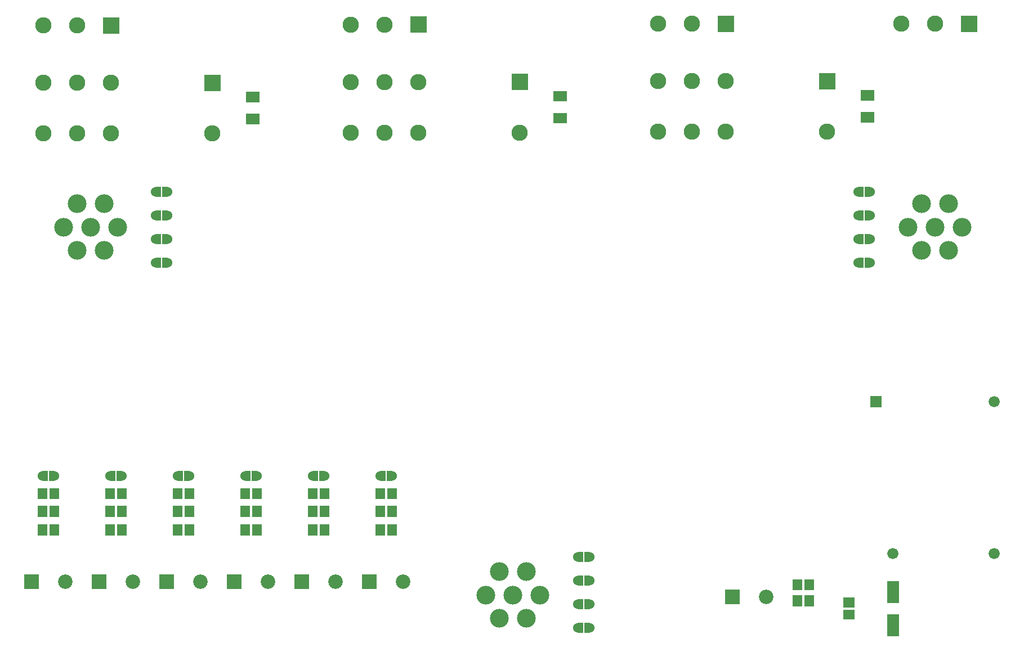
<source format=gbr>
G04 start of page 6 for group -4063 idx -4063 *
G04 Title: (unknown), componentmask *
G04 Creator: pcb 20140316 *
G04 CreationDate: Wed 29 Apr 2020 12:31:51 AM GMT UTC *
G04 For: railfan *
G04 Format: Gerber/RS-274X *
G04 PCB-Dimensions (mil): 6000.00 4000.00 *
G04 PCB-Coordinate-Origin: lower left *
%MOIN*%
%FSLAX25Y25*%
%LNTOPMASK*%
%ADD63R,0.0300X0.0300*%
%ADD62C,0.0600*%
%ADD61R,0.0690X0.0690*%
%ADD60R,0.0572X0.0572*%
%ADD59R,0.0610X0.0610*%
%ADD58C,0.0660*%
%ADD57C,0.0860*%
%ADD56C,0.0960*%
%ADD55C,0.0001*%
%ADD54C,0.1110*%
G54D54*X292000Y45856D03*
G54D55*G36*
X299200Y340800D02*Y331200D01*
X308800D01*
Y340800D01*
X299200D01*
G37*
G54D56*X304000Y306000D03*
X244000Y336000D03*
X224000D03*
X204000D03*
Y306000D03*
X224000D03*
X244000D03*
G54D55*G36*
X239200Y374800D02*Y365200D01*
X248800D01*
Y374800D01*
X239200D01*
G37*
G54D56*X224000Y370000D03*
X204000D03*
G54D55*G36*
X425700Y35300D02*Y26700D01*
X434300D01*
Y35300D01*
X425700D01*
G37*
G54D57*X450000Y31000D03*
G54D54*X300000Y32000D03*
X316000Y32000D03*
X308000Y45856D03*
X284000Y32000D03*
X292000Y18144D03*
X308000D03*
G54D55*G36*
X511700Y149800D02*Y143200D01*
X518300D01*
Y149800D01*
X511700D01*
G37*
G54D58*X525000Y56500D03*
X585000D03*
Y146500D03*
G54D54*X550000Y250000D03*
X542000Y263856D03*
X534000Y250000D03*
X542000Y236144D03*
X558000Y263856D03*
X558000Y236144D03*
X566000Y250000D03*
G54D55*G36*
X565200Y375300D02*Y365700D01*
X574800D01*
Y375300D01*
X565200D01*
G37*
G54D56*X550000Y370500D03*
X530000D03*
G54D55*G36*
X481200Y341300D02*Y331700D01*
X490800D01*
Y341300D01*
X481200D01*
G37*
G54D56*X486000Y306500D03*
X426000Y336500D03*
Y306500D03*
G54D55*G36*
X421200Y375300D02*Y365700D01*
X430800D01*
Y375300D01*
X421200D01*
G37*
G54D56*X406000Y336500D03*
X386000D03*
Y306500D03*
X406000D03*
Y370500D03*
X386000D03*
G54D54*X50000Y250000D03*
X58000Y263856D03*
X42000D03*
X34000Y250000D03*
X42000Y236144D03*
X58000D03*
X66000Y250000D03*
G54D55*G36*
X117200Y340300D02*Y330700D01*
X126800D01*
Y340300D01*
X117200D01*
G37*
G54D56*X122000Y305500D03*
X62000Y335500D03*
Y305500D03*
G54D55*G36*
X57200Y374300D02*Y364700D01*
X66800D01*
Y374300D01*
X57200D01*
G37*
G54D56*X42000Y335500D03*
X22000D03*
Y305500D03*
X42000D03*
Y369500D03*
X22000D03*
G54D55*G36*
X50700Y44300D02*Y35700D01*
X59300D01*
Y44300D01*
X50700D01*
G37*
G36*
X10700D02*Y35700D01*
X19300D01*
Y44300D01*
X10700D01*
G37*
G54D57*X35000Y40000D03*
X75000D03*
G54D55*G36*
X130700Y44300D02*Y35700D01*
X139300D01*
Y44300D01*
X130700D01*
G37*
G36*
X90700D02*Y35700D01*
X99300D01*
Y44300D01*
X90700D01*
G37*
G54D57*X115000Y40000D03*
X155000D03*
G54D55*G36*
X210700Y44300D02*Y35700D01*
X219300D01*
Y44300D01*
X210700D01*
G37*
G54D57*X235000Y40000D03*
G54D55*G36*
X170700Y44300D02*Y35700D01*
X179300D01*
Y44300D01*
X170700D01*
G37*
G54D57*X195000Y40000D03*
G54D59*X327000Y327500D02*X329000D01*
X327000Y314500D02*X329000D01*
X145000Y327000D02*X147000D01*
X145000Y314000D02*X147000D01*
G54D60*X498607Y20457D02*X499393D01*
X498607Y27543D02*X499393D01*
G54D61*X525000Y17150D02*Y10851D01*
Y36835D02*Y30536D01*
G54D60*X468457Y38393D02*Y37607D01*
X475543Y38393D02*Y37607D01*
Y28893D02*Y28107D01*
X468457Y28893D02*Y28107D01*
G54D62*X338600Y12500D03*
G54D63*X340100Y14000D02*Y11000D01*
G54D62*X338600Y26500D03*
G54D63*X340100Y28000D02*Y25000D01*
G54D62*X345400Y12500D03*
G54D63*X343900Y14000D02*Y11000D01*
G54D62*X345400Y26500D03*
G54D63*X343900Y28000D02*Y25000D01*
G54D62*X338600Y40500D03*
G54D63*X340100Y42000D02*Y39000D01*
G54D62*X338600Y54500D03*
G54D63*X340100Y56000D02*Y53000D01*
G54D62*X345400Y40500D03*
G54D63*X343900Y42000D02*Y39000D01*
G54D62*X345400Y54500D03*
G54D63*X343900Y56000D02*Y53000D01*
X223100Y104000D02*Y101000D01*
G54D62*X228400Y102500D03*
G54D63*X226900Y104000D02*Y101000D01*
G54D60*X181457Y81893D02*Y81107D01*
X188543Y81893D02*Y81107D01*
G54D62*X88600Y229000D03*
G54D63*X90100Y230500D02*Y227500D01*
G54D62*X95400Y229000D03*
G54D63*X93900Y230500D02*Y227500D01*
G54D62*X88600Y243000D03*
G54D63*X90100Y244500D02*Y241500D01*
G54D62*X95400Y243000D03*
G54D63*X93900Y244500D02*Y241500D01*
G54D62*X88600Y271000D03*
G54D63*X90100Y272500D02*Y269500D01*
G54D62*X95400Y271000D03*
G54D63*X93900Y272500D02*Y269500D01*
G54D62*X88600Y257000D03*
G54D63*X90100Y258500D02*Y255500D01*
G54D62*X95400Y257000D03*
G54D63*X93900Y258500D02*Y255500D01*
G54D59*X509000Y328000D02*X511000D01*
X509000Y315000D02*X511000D01*
G54D62*X511400Y229000D03*
G54D63*X509900Y230500D02*Y227500D01*
G54D62*X511400Y271000D03*
G54D63*X509900Y272500D02*Y269500D01*
G54D62*X511400Y257000D03*
G54D63*X509900Y258500D02*Y255500D01*
G54D62*X504600Y229000D03*
G54D63*X506100Y230500D02*Y227500D01*
G54D62*X504600Y271000D03*
G54D63*X506100Y272500D02*Y269500D01*
G54D62*X504600Y257000D03*
G54D63*X506100Y258500D02*Y255500D01*
G54D62*X511400Y243000D03*
G54D63*X509900Y244500D02*Y241500D01*
G54D62*X504600Y243000D03*
G54D63*X506100Y244500D02*Y241500D01*
G54D60*X21457Y81893D02*Y81107D01*
X28543Y81893D02*Y81107D01*
Y70893D02*Y70107D01*
X21457Y70893D02*Y70107D01*
Y92393D02*Y91607D01*
X28543Y92393D02*Y91607D01*
G54D62*X21600Y102500D03*
G54D63*X23100Y104000D02*Y101000D01*
X26900Y104000D02*Y101000D01*
G54D62*X28400Y102500D03*
G54D60*X61457Y92393D02*Y91607D01*
Y70893D02*Y70107D01*
G54D62*X61600Y102500D03*
G54D63*X63100Y104000D02*Y101000D01*
G54D60*X68543Y92393D02*Y91607D01*
Y70893D02*Y70107D01*
G54D62*X68400Y102500D03*
G54D63*X66900Y104000D02*Y101000D01*
G54D60*X61457Y81893D02*Y81107D01*
X68543Y81893D02*Y81107D01*
X108543Y70893D02*Y70107D01*
X101457Y70893D02*Y70107D01*
G54D62*X108400Y102500D03*
G54D60*X101457Y92393D02*Y91607D01*
X108543Y92393D02*Y91607D01*
G54D62*X101600Y102500D03*
G54D63*X103100Y104000D02*Y101000D01*
X106900Y104000D02*Y101000D01*
G54D60*X101457Y81893D02*Y81107D01*
X108543Y81893D02*Y81107D01*
X141457Y81893D02*Y81107D01*
X148543Y81893D02*Y81107D01*
Y70893D02*Y70107D01*
X141457Y70893D02*Y70107D01*
Y92393D02*Y91607D01*
X148543Y92393D02*Y91607D01*
G54D62*X141600Y102500D03*
G54D63*X143100Y104000D02*Y101000D01*
X146900Y104000D02*Y101000D01*
G54D62*X148400Y102500D03*
G54D60*X188543Y70893D02*Y70107D01*
X181457Y70893D02*Y70107D01*
Y92393D02*Y91607D01*
X188543Y92393D02*Y91607D01*
G54D62*X181600Y102500D03*
G54D63*X183100Y104000D02*Y101000D01*
G54D62*X188400Y102500D03*
G54D63*X186900Y104000D02*Y101000D01*
G54D60*X221457Y81893D02*Y81107D01*
X228543Y81893D02*Y81107D01*
Y70893D02*Y70107D01*
X221457Y70893D02*Y70107D01*
Y92393D02*Y91607D01*
X228543Y92393D02*Y91607D01*
G54D62*X221600Y102500D03*
M02*

</source>
